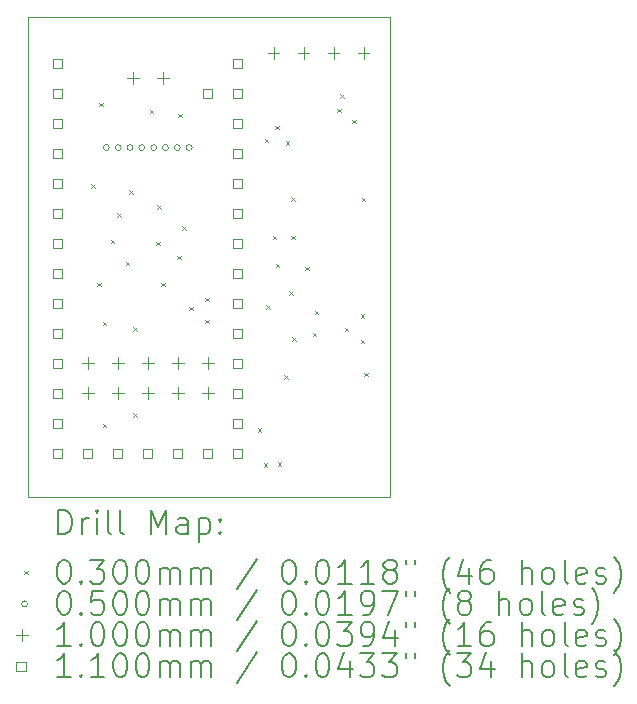
<source format=gbr>
%TF.GenerationSoftware,KiCad,Pcbnew,8.0.2-1*%
%TF.CreationDate,2024-05-18T17:45:13-05:00*%
%TF.ProjectId,can_test,63616e5f-7465-4737-942e-6b696361645f,rev?*%
%TF.SameCoordinates,Original*%
%TF.FileFunction,Drillmap*%
%TF.FilePolarity,Positive*%
%FSLAX45Y45*%
G04 Gerber Fmt 4.5, Leading zero omitted, Abs format (unit mm)*
G04 Created by KiCad (PCBNEW 8.0.2-1) date 2024-05-18 17:45:13*
%MOMM*%
%LPD*%
G01*
G04 APERTURE LIST*
%ADD10C,0.050000*%
%ADD11C,0.200000*%
%ADD12C,0.100000*%
%ADD13C,0.110000*%
G04 APERTURE END LIST*
D10*
X3210000Y-1590000D02*
X6275000Y-1590000D01*
X6275000Y-5650000D01*
X3210000Y-5650000D01*
X3210000Y-1590000D01*
D11*
D12*
X3747500Y-3002500D02*
X3777500Y-3032500D01*
X3777500Y-3002500D02*
X3747500Y-3032500D01*
X3795000Y-3837500D02*
X3825000Y-3867500D01*
X3825000Y-3837500D02*
X3795000Y-3867500D01*
X3812500Y-2315000D02*
X3842500Y-2345000D01*
X3842500Y-2315000D02*
X3812500Y-2345000D01*
X3842500Y-5030000D02*
X3872500Y-5060000D01*
X3872500Y-5030000D02*
X3842500Y-5060000D01*
X3845000Y-4167500D02*
X3875000Y-4197500D01*
X3875000Y-4167500D02*
X3845000Y-4197500D01*
X3910000Y-3472500D02*
X3940000Y-3502500D01*
X3940000Y-3472500D02*
X3910000Y-3502500D01*
X3965000Y-3247500D02*
X3995000Y-3277500D01*
X3995000Y-3247500D02*
X3965000Y-3277500D01*
X4037500Y-3660000D02*
X4067500Y-3690000D01*
X4067500Y-3660000D02*
X4037500Y-3690000D01*
X4070000Y-3052500D02*
X4100000Y-3082500D01*
X4100000Y-3052500D02*
X4070000Y-3082500D01*
X4102500Y-4215000D02*
X4132500Y-4245000D01*
X4132500Y-4215000D02*
X4102500Y-4245000D01*
X4102500Y-4940000D02*
X4132500Y-4970000D01*
X4132500Y-4940000D02*
X4102500Y-4970000D01*
X4240000Y-2372500D02*
X4270000Y-2402500D01*
X4270000Y-2372500D02*
X4240000Y-2402500D01*
X4297500Y-3490000D02*
X4327500Y-3520000D01*
X4327500Y-3490000D02*
X4297500Y-3520000D01*
X4305000Y-3182500D02*
X4335000Y-3212500D01*
X4335000Y-3182500D02*
X4305000Y-3212500D01*
X4337500Y-3837500D02*
X4367500Y-3867500D01*
X4367500Y-3837500D02*
X4337500Y-3867500D01*
X4475000Y-3610000D02*
X4505000Y-3640000D01*
X4505000Y-3610000D02*
X4475000Y-3640000D01*
X4482500Y-2405000D02*
X4512500Y-2435000D01*
X4512500Y-2405000D02*
X4482500Y-2435000D01*
X4515000Y-3360000D02*
X4545000Y-3390000D01*
X4545000Y-3360000D02*
X4515000Y-3390000D01*
X4577500Y-4040000D02*
X4607500Y-4070000D01*
X4607500Y-4040000D02*
X4577500Y-4070000D01*
X4710000Y-4152500D02*
X4740000Y-4182500D01*
X4740000Y-4152500D02*
X4710000Y-4182500D01*
X4712500Y-3962500D02*
X4742500Y-3992500D01*
X4742500Y-3962500D02*
X4712500Y-3992500D01*
X5155000Y-5070000D02*
X5185000Y-5100000D01*
X5185000Y-5070000D02*
X5155000Y-5100000D01*
X5205000Y-5367500D02*
X5235000Y-5397500D01*
X5235000Y-5367500D02*
X5205000Y-5397500D01*
X5215000Y-2617500D02*
X5245000Y-2647500D01*
X5245000Y-2617500D02*
X5215000Y-2647500D01*
X5227500Y-4030000D02*
X5257500Y-4060000D01*
X5257500Y-4030000D02*
X5227500Y-4060000D01*
X5285000Y-3440000D02*
X5315000Y-3470000D01*
X5315000Y-3440000D02*
X5285000Y-3470000D01*
X5302500Y-2507500D02*
X5332500Y-2537500D01*
X5332500Y-2507500D02*
X5302500Y-2537500D01*
X5307500Y-3675000D02*
X5337500Y-3705000D01*
X5337500Y-3675000D02*
X5307500Y-3705000D01*
X5325000Y-5357500D02*
X5355000Y-5387500D01*
X5355000Y-5357500D02*
X5325000Y-5387500D01*
X5382500Y-4622500D02*
X5412500Y-4652500D01*
X5412500Y-4622500D02*
X5382500Y-4652500D01*
X5392500Y-2637500D02*
X5422500Y-2667500D01*
X5422500Y-2637500D02*
X5392500Y-2667500D01*
X5422500Y-3907500D02*
X5452500Y-3937500D01*
X5452500Y-3907500D02*
X5422500Y-3937500D01*
X5437500Y-3112500D02*
X5467500Y-3142500D01*
X5467500Y-3112500D02*
X5437500Y-3142500D01*
X5437500Y-3440000D02*
X5467500Y-3470000D01*
X5467500Y-3440000D02*
X5437500Y-3470000D01*
X5447500Y-4300000D02*
X5477500Y-4330000D01*
X5477500Y-4300000D02*
X5447500Y-4330000D01*
X5560000Y-3700000D02*
X5590000Y-3730000D01*
X5590000Y-3700000D02*
X5560000Y-3730000D01*
X5620000Y-4262500D02*
X5650000Y-4292500D01*
X5650000Y-4262500D02*
X5620000Y-4292500D01*
X5637500Y-4075000D02*
X5667500Y-4105000D01*
X5667500Y-4075000D02*
X5637500Y-4105000D01*
X5827500Y-2365000D02*
X5857500Y-2395000D01*
X5857500Y-2365000D02*
X5827500Y-2395000D01*
X5852500Y-2242500D02*
X5882500Y-2272500D01*
X5882500Y-2242500D02*
X5852500Y-2272500D01*
X5892500Y-4220000D02*
X5922500Y-4250000D01*
X5922500Y-4220000D02*
X5892500Y-4250000D01*
X5955000Y-2457500D02*
X5985000Y-2487500D01*
X5985000Y-2457500D02*
X5955000Y-2487500D01*
X6027500Y-4105000D02*
X6057500Y-4135000D01*
X6057500Y-4105000D02*
X6027500Y-4135000D01*
X6030000Y-4320000D02*
X6060000Y-4350000D01*
X6060000Y-4320000D02*
X6030000Y-4350000D01*
X6037500Y-3117500D02*
X6067500Y-3147500D01*
X6067500Y-3117500D02*
X6037500Y-3147500D01*
X6060000Y-4600000D02*
X6090000Y-4630000D01*
X6090000Y-4600000D02*
X6060000Y-4630000D01*
X3900000Y-2692840D02*
G75*
G02*
X3850000Y-2692840I-25000J0D01*
G01*
X3850000Y-2692840D02*
G75*
G02*
X3900000Y-2692840I25000J0D01*
G01*
X4000000Y-2692840D02*
G75*
G02*
X3950000Y-2692840I-25000J0D01*
G01*
X3950000Y-2692840D02*
G75*
G02*
X4000000Y-2692840I25000J0D01*
G01*
X4100000Y-2692840D02*
G75*
G02*
X4050000Y-2692840I-25000J0D01*
G01*
X4050000Y-2692840D02*
G75*
G02*
X4100000Y-2692840I25000J0D01*
G01*
X4200000Y-2692840D02*
G75*
G02*
X4150000Y-2692840I-25000J0D01*
G01*
X4150000Y-2692840D02*
G75*
G02*
X4200000Y-2692840I25000J0D01*
G01*
X4300000Y-2692840D02*
G75*
G02*
X4250000Y-2692840I-25000J0D01*
G01*
X4250000Y-2692840D02*
G75*
G02*
X4300000Y-2692840I25000J0D01*
G01*
X4400000Y-2692840D02*
G75*
G02*
X4350000Y-2692840I-25000J0D01*
G01*
X4350000Y-2692840D02*
G75*
G02*
X4400000Y-2692840I25000J0D01*
G01*
X4500000Y-2692840D02*
G75*
G02*
X4450000Y-2692840I-25000J0D01*
G01*
X4450000Y-2692840D02*
G75*
G02*
X4500000Y-2692840I25000J0D01*
G01*
X4600000Y-2692840D02*
G75*
G02*
X4550000Y-2692840I-25000J0D01*
G01*
X4550000Y-2692840D02*
G75*
G02*
X4600000Y-2692840I25000J0D01*
G01*
X3717000Y-4469000D02*
X3717000Y-4569000D01*
X3667000Y-4519000D02*
X3767000Y-4519000D01*
X3717000Y-4723000D02*
X3717000Y-4823000D01*
X3667000Y-4773000D02*
X3767000Y-4773000D01*
X3971000Y-4469000D02*
X3971000Y-4569000D01*
X3921000Y-4519000D02*
X4021000Y-4519000D01*
X3971000Y-4723000D02*
X3971000Y-4823000D01*
X3921000Y-4773000D02*
X4021000Y-4773000D01*
X4098000Y-2056000D02*
X4098000Y-2156000D01*
X4048000Y-2106000D02*
X4148000Y-2106000D01*
X4225000Y-4469000D02*
X4225000Y-4569000D01*
X4175000Y-4519000D02*
X4275000Y-4519000D01*
X4225000Y-4723000D02*
X4225000Y-4823000D01*
X4175000Y-4773000D02*
X4275000Y-4773000D01*
X4352000Y-2056000D02*
X4352000Y-2156000D01*
X4302000Y-2106000D02*
X4402000Y-2106000D01*
X4479000Y-4469000D02*
X4479000Y-4569000D01*
X4429000Y-4519000D02*
X4529000Y-4519000D01*
X4479000Y-4723000D02*
X4479000Y-4823000D01*
X4429000Y-4773000D02*
X4529000Y-4773000D01*
X4733000Y-4469000D02*
X4733000Y-4569000D01*
X4683000Y-4519000D02*
X4783000Y-4519000D01*
X4733000Y-4723000D02*
X4733000Y-4823000D01*
X4683000Y-4773000D02*
X4783000Y-4773000D01*
X5290000Y-1845000D02*
X5290000Y-1945000D01*
X5240000Y-1895000D02*
X5340000Y-1895000D01*
X5544000Y-1845000D02*
X5544000Y-1945000D01*
X5494000Y-1895000D02*
X5594000Y-1895000D01*
X5798000Y-1845000D02*
X5798000Y-1945000D01*
X5748000Y-1895000D02*
X5848000Y-1895000D01*
X6052000Y-1845000D02*
X6052000Y-1945000D01*
X6002000Y-1895000D02*
X6102000Y-1895000D01*
D13*
X3501891Y-2017891D02*
X3501891Y-1940109D01*
X3424109Y-1940109D01*
X3424109Y-2017891D01*
X3501891Y-2017891D01*
X3501891Y-2271891D02*
X3501891Y-2194109D01*
X3424109Y-2194109D01*
X3424109Y-2271891D01*
X3501891Y-2271891D01*
X3501891Y-2525891D02*
X3501891Y-2448109D01*
X3424109Y-2448109D01*
X3424109Y-2525891D01*
X3501891Y-2525891D01*
X3501891Y-2779891D02*
X3501891Y-2702109D01*
X3424109Y-2702109D01*
X3424109Y-2779891D01*
X3501891Y-2779891D01*
X3501891Y-3033891D02*
X3501891Y-2956109D01*
X3424109Y-2956109D01*
X3424109Y-3033891D01*
X3501891Y-3033891D01*
X3501891Y-3287891D02*
X3501891Y-3210109D01*
X3424109Y-3210109D01*
X3424109Y-3287891D01*
X3501891Y-3287891D01*
X3501891Y-3541891D02*
X3501891Y-3464109D01*
X3424109Y-3464109D01*
X3424109Y-3541891D01*
X3501891Y-3541891D01*
X3501891Y-3795891D02*
X3501891Y-3718109D01*
X3424109Y-3718109D01*
X3424109Y-3795891D01*
X3501891Y-3795891D01*
X3501891Y-4049891D02*
X3501891Y-3972109D01*
X3424109Y-3972109D01*
X3424109Y-4049891D01*
X3501891Y-4049891D01*
X3501891Y-4303891D02*
X3501891Y-4226109D01*
X3424109Y-4226109D01*
X3424109Y-4303891D01*
X3501891Y-4303891D01*
X3501891Y-4557891D02*
X3501891Y-4480109D01*
X3424109Y-4480109D01*
X3424109Y-4557891D01*
X3501891Y-4557891D01*
X3501891Y-4811891D02*
X3501891Y-4734109D01*
X3424109Y-4734109D01*
X3424109Y-4811891D01*
X3501891Y-4811891D01*
X3501891Y-5065891D02*
X3501891Y-4988109D01*
X3424109Y-4988109D01*
X3424109Y-5065891D01*
X3501891Y-5065891D01*
X3501891Y-5319891D02*
X3501891Y-5242109D01*
X3424109Y-5242109D01*
X3424109Y-5319891D01*
X3501891Y-5319891D01*
X3755891Y-5319891D02*
X3755891Y-5242109D01*
X3678109Y-5242109D01*
X3678109Y-5319891D01*
X3755891Y-5319891D01*
X4009891Y-5319891D02*
X4009891Y-5242109D01*
X3932109Y-5242109D01*
X3932109Y-5319891D01*
X4009891Y-5319891D01*
X4263891Y-5319891D02*
X4263891Y-5242109D01*
X4186109Y-5242109D01*
X4186109Y-5319891D01*
X4263891Y-5319891D01*
X4517891Y-5319891D02*
X4517891Y-5242109D01*
X4440109Y-5242109D01*
X4440109Y-5319891D01*
X4517891Y-5319891D01*
X4771891Y-2271891D02*
X4771891Y-2194109D01*
X4694109Y-2194109D01*
X4694109Y-2271891D01*
X4771891Y-2271891D01*
X4771891Y-5319891D02*
X4771891Y-5242109D01*
X4694109Y-5242109D01*
X4694109Y-5319891D01*
X4771891Y-5319891D01*
X5025891Y-2017891D02*
X5025891Y-1940109D01*
X4948109Y-1940109D01*
X4948109Y-2017891D01*
X5025891Y-2017891D01*
X5025891Y-2271891D02*
X5025891Y-2194109D01*
X4948109Y-2194109D01*
X4948109Y-2271891D01*
X5025891Y-2271891D01*
X5025891Y-2525891D02*
X5025891Y-2448109D01*
X4948109Y-2448109D01*
X4948109Y-2525891D01*
X5025891Y-2525891D01*
X5025891Y-2779891D02*
X5025891Y-2702109D01*
X4948109Y-2702109D01*
X4948109Y-2779891D01*
X5025891Y-2779891D01*
X5025891Y-3033891D02*
X5025891Y-2956109D01*
X4948109Y-2956109D01*
X4948109Y-3033891D01*
X5025891Y-3033891D01*
X5025891Y-3287891D02*
X5025891Y-3210109D01*
X4948109Y-3210109D01*
X4948109Y-3287891D01*
X5025891Y-3287891D01*
X5025891Y-3541891D02*
X5025891Y-3464109D01*
X4948109Y-3464109D01*
X4948109Y-3541891D01*
X5025891Y-3541891D01*
X5025891Y-3795891D02*
X5025891Y-3718109D01*
X4948109Y-3718109D01*
X4948109Y-3795891D01*
X5025891Y-3795891D01*
X5025891Y-4049891D02*
X5025891Y-3972109D01*
X4948109Y-3972109D01*
X4948109Y-4049891D01*
X5025891Y-4049891D01*
X5025891Y-4303891D02*
X5025891Y-4226109D01*
X4948109Y-4226109D01*
X4948109Y-4303891D01*
X5025891Y-4303891D01*
X5025891Y-4557891D02*
X5025891Y-4480109D01*
X4948109Y-4480109D01*
X4948109Y-4557891D01*
X5025891Y-4557891D01*
X5025891Y-4811891D02*
X5025891Y-4734109D01*
X4948109Y-4734109D01*
X4948109Y-4811891D01*
X5025891Y-4811891D01*
X5025891Y-5065891D02*
X5025891Y-4988109D01*
X4948109Y-4988109D01*
X4948109Y-5065891D01*
X5025891Y-5065891D01*
X5025891Y-5319891D02*
X5025891Y-5242109D01*
X4948109Y-5242109D01*
X4948109Y-5319891D01*
X5025891Y-5319891D01*
D11*
X3468277Y-5963984D02*
X3468277Y-5763984D01*
X3468277Y-5763984D02*
X3515896Y-5763984D01*
X3515896Y-5763984D02*
X3544467Y-5773508D01*
X3544467Y-5773508D02*
X3563515Y-5792555D01*
X3563515Y-5792555D02*
X3573039Y-5811603D01*
X3573039Y-5811603D02*
X3582562Y-5849698D01*
X3582562Y-5849698D02*
X3582562Y-5878269D01*
X3582562Y-5878269D02*
X3573039Y-5916365D01*
X3573039Y-5916365D02*
X3563515Y-5935412D01*
X3563515Y-5935412D02*
X3544467Y-5954460D01*
X3544467Y-5954460D02*
X3515896Y-5963984D01*
X3515896Y-5963984D02*
X3468277Y-5963984D01*
X3668277Y-5963984D02*
X3668277Y-5830650D01*
X3668277Y-5868746D02*
X3677801Y-5849698D01*
X3677801Y-5849698D02*
X3687324Y-5840174D01*
X3687324Y-5840174D02*
X3706372Y-5830650D01*
X3706372Y-5830650D02*
X3725420Y-5830650D01*
X3792086Y-5963984D02*
X3792086Y-5830650D01*
X3792086Y-5763984D02*
X3782562Y-5773508D01*
X3782562Y-5773508D02*
X3792086Y-5783031D01*
X3792086Y-5783031D02*
X3801610Y-5773508D01*
X3801610Y-5773508D02*
X3792086Y-5763984D01*
X3792086Y-5763984D02*
X3792086Y-5783031D01*
X3915896Y-5963984D02*
X3896848Y-5954460D01*
X3896848Y-5954460D02*
X3887324Y-5935412D01*
X3887324Y-5935412D02*
X3887324Y-5763984D01*
X4020658Y-5963984D02*
X4001610Y-5954460D01*
X4001610Y-5954460D02*
X3992086Y-5935412D01*
X3992086Y-5935412D02*
X3992086Y-5763984D01*
X4249229Y-5963984D02*
X4249229Y-5763984D01*
X4249229Y-5763984D02*
X4315896Y-5906841D01*
X4315896Y-5906841D02*
X4382563Y-5763984D01*
X4382563Y-5763984D02*
X4382563Y-5963984D01*
X4563515Y-5963984D02*
X4563515Y-5859222D01*
X4563515Y-5859222D02*
X4553991Y-5840174D01*
X4553991Y-5840174D02*
X4534944Y-5830650D01*
X4534944Y-5830650D02*
X4496848Y-5830650D01*
X4496848Y-5830650D02*
X4477801Y-5840174D01*
X4563515Y-5954460D02*
X4544467Y-5963984D01*
X4544467Y-5963984D02*
X4496848Y-5963984D01*
X4496848Y-5963984D02*
X4477801Y-5954460D01*
X4477801Y-5954460D02*
X4468277Y-5935412D01*
X4468277Y-5935412D02*
X4468277Y-5916365D01*
X4468277Y-5916365D02*
X4477801Y-5897317D01*
X4477801Y-5897317D02*
X4496848Y-5887793D01*
X4496848Y-5887793D02*
X4544467Y-5887793D01*
X4544467Y-5887793D02*
X4563515Y-5878269D01*
X4658753Y-5830650D02*
X4658753Y-6030650D01*
X4658753Y-5840174D02*
X4677801Y-5830650D01*
X4677801Y-5830650D02*
X4715896Y-5830650D01*
X4715896Y-5830650D02*
X4734944Y-5840174D01*
X4734944Y-5840174D02*
X4744467Y-5849698D01*
X4744467Y-5849698D02*
X4753991Y-5868746D01*
X4753991Y-5868746D02*
X4753991Y-5925888D01*
X4753991Y-5925888D02*
X4744467Y-5944936D01*
X4744467Y-5944936D02*
X4734944Y-5954460D01*
X4734944Y-5954460D02*
X4715896Y-5963984D01*
X4715896Y-5963984D02*
X4677801Y-5963984D01*
X4677801Y-5963984D02*
X4658753Y-5954460D01*
X4839705Y-5944936D02*
X4849229Y-5954460D01*
X4849229Y-5954460D02*
X4839705Y-5963984D01*
X4839705Y-5963984D02*
X4830182Y-5954460D01*
X4830182Y-5954460D02*
X4839705Y-5944936D01*
X4839705Y-5944936D02*
X4839705Y-5963984D01*
X4839705Y-5840174D02*
X4849229Y-5849698D01*
X4849229Y-5849698D02*
X4839705Y-5859222D01*
X4839705Y-5859222D02*
X4830182Y-5849698D01*
X4830182Y-5849698D02*
X4839705Y-5840174D01*
X4839705Y-5840174D02*
X4839705Y-5859222D01*
D12*
X3177500Y-6277500D02*
X3207500Y-6307500D01*
X3207500Y-6277500D02*
X3177500Y-6307500D01*
D11*
X3506372Y-6183984D02*
X3525420Y-6183984D01*
X3525420Y-6183984D02*
X3544467Y-6193508D01*
X3544467Y-6193508D02*
X3553991Y-6203031D01*
X3553991Y-6203031D02*
X3563515Y-6222079D01*
X3563515Y-6222079D02*
X3573039Y-6260174D01*
X3573039Y-6260174D02*
X3573039Y-6307793D01*
X3573039Y-6307793D02*
X3563515Y-6345888D01*
X3563515Y-6345888D02*
X3553991Y-6364936D01*
X3553991Y-6364936D02*
X3544467Y-6374460D01*
X3544467Y-6374460D02*
X3525420Y-6383984D01*
X3525420Y-6383984D02*
X3506372Y-6383984D01*
X3506372Y-6383984D02*
X3487324Y-6374460D01*
X3487324Y-6374460D02*
X3477801Y-6364936D01*
X3477801Y-6364936D02*
X3468277Y-6345888D01*
X3468277Y-6345888D02*
X3458753Y-6307793D01*
X3458753Y-6307793D02*
X3458753Y-6260174D01*
X3458753Y-6260174D02*
X3468277Y-6222079D01*
X3468277Y-6222079D02*
X3477801Y-6203031D01*
X3477801Y-6203031D02*
X3487324Y-6193508D01*
X3487324Y-6193508D02*
X3506372Y-6183984D01*
X3658753Y-6364936D02*
X3668277Y-6374460D01*
X3668277Y-6374460D02*
X3658753Y-6383984D01*
X3658753Y-6383984D02*
X3649229Y-6374460D01*
X3649229Y-6374460D02*
X3658753Y-6364936D01*
X3658753Y-6364936D02*
X3658753Y-6383984D01*
X3734943Y-6183984D02*
X3858753Y-6183984D01*
X3858753Y-6183984D02*
X3792086Y-6260174D01*
X3792086Y-6260174D02*
X3820658Y-6260174D01*
X3820658Y-6260174D02*
X3839705Y-6269698D01*
X3839705Y-6269698D02*
X3849229Y-6279222D01*
X3849229Y-6279222D02*
X3858753Y-6298269D01*
X3858753Y-6298269D02*
X3858753Y-6345888D01*
X3858753Y-6345888D02*
X3849229Y-6364936D01*
X3849229Y-6364936D02*
X3839705Y-6374460D01*
X3839705Y-6374460D02*
X3820658Y-6383984D01*
X3820658Y-6383984D02*
X3763515Y-6383984D01*
X3763515Y-6383984D02*
X3744467Y-6374460D01*
X3744467Y-6374460D02*
X3734943Y-6364936D01*
X3982562Y-6183984D02*
X4001610Y-6183984D01*
X4001610Y-6183984D02*
X4020658Y-6193508D01*
X4020658Y-6193508D02*
X4030182Y-6203031D01*
X4030182Y-6203031D02*
X4039705Y-6222079D01*
X4039705Y-6222079D02*
X4049229Y-6260174D01*
X4049229Y-6260174D02*
X4049229Y-6307793D01*
X4049229Y-6307793D02*
X4039705Y-6345888D01*
X4039705Y-6345888D02*
X4030182Y-6364936D01*
X4030182Y-6364936D02*
X4020658Y-6374460D01*
X4020658Y-6374460D02*
X4001610Y-6383984D01*
X4001610Y-6383984D02*
X3982562Y-6383984D01*
X3982562Y-6383984D02*
X3963515Y-6374460D01*
X3963515Y-6374460D02*
X3953991Y-6364936D01*
X3953991Y-6364936D02*
X3944467Y-6345888D01*
X3944467Y-6345888D02*
X3934943Y-6307793D01*
X3934943Y-6307793D02*
X3934943Y-6260174D01*
X3934943Y-6260174D02*
X3944467Y-6222079D01*
X3944467Y-6222079D02*
X3953991Y-6203031D01*
X3953991Y-6203031D02*
X3963515Y-6193508D01*
X3963515Y-6193508D02*
X3982562Y-6183984D01*
X4173039Y-6183984D02*
X4192086Y-6183984D01*
X4192086Y-6183984D02*
X4211134Y-6193508D01*
X4211134Y-6193508D02*
X4220658Y-6203031D01*
X4220658Y-6203031D02*
X4230182Y-6222079D01*
X4230182Y-6222079D02*
X4239705Y-6260174D01*
X4239705Y-6260174D02*
X4239705Y-6307793D01*
X4239705Y-6307793D02*
X4230182Y-6345888D01*
X4230182Y-6345888D02*
X4220658Y-6364936D01*
X4220658Y-6364936D02*
X4211134Y-6374460D01*
X4211134Y-6374460D02*
X4192086Y-6383984D01*
X4192086Y-6383984D02*
X4173039Y-6383984D01*
X4173039Y-6383984D02*
X4153991Y-6374460D01*
X4153991Y-6374460D02*
X4144467Y-6364936D01*
X4144467Y-6364936D02*
X4134943Y-6345888D01*
X4134943Y-6345888D02*
X4125420Y-6307793D01*
X4125420Y-6307793D02*
X4125420Y-6260174D01*
X4125420Y-6260174D02*
X4134943Y-6222079D01*
X4134943Y-6222079D02*
X4144467Y-6203031D01*
X4144467Y-6203031D02*
X4153991Y-6193508D01*
X4153991Y-6193508D02*
X4173039Y-6183984D01*
X4325420Y-6383984D02*
X4325420Y-6250650D01*
X4325420Y-6269698D02*
X4334944Y-6260174D01*
X4334944Y-6260174D02*
X4353991Y-6250650D01*
X4353991Y-6250650D02*
X4382563Y-6250650D01*
X4382563Y-6250650D02*
X4401610Y-6260174D01*
X4401610Y-6260174D02*
X4411134Y-6279222D01*
X4411134Y-6279222D02*
X4411134Y-6383984D01*
X4411134Y-6279222D02*
X4420658Y-6260174D01*
X4420658Y-6260174D02*
X4439705Y-6250650D01*
X4439705Y-6250650D02*
X4468277Y-6250650D01*
X4468277Y-6250650D02*
X4487325Y-6260174D01*
X4487325Y-6260174D02*
X4496848Y-6279222D01*
X4496848Y-6279222D02*
X4496848Y-6383984D01*
X4592086Y-6383984D02*
X4592086Y-6250650D01*
X4592086Y-6269698D02*
X4601610Y-6260174D01*
X4601610Y-6260174D02*
X4620658Y-6250650D01*
X4620658Y-6250650D02*
X4649229Y-6250650D01*
X4649229Y-6250650D02*
X4668277Y-6260174D01*
X4668277Y-6260174D02*
X4677801Y-6279222D01*
X4677801Y-6279222D02*
X4677801Y-6383984D01*
X4677801Y-6279222D02*
X4687325Y-6260174D01*
X4687325Y-6260174D02*
X4706372Y-6250650D01*
X4706372Y-6250650D02*
X4734944Y-6250650D01*
X4734944Y-6250650D02*
X4753991Y-6260174D01*
X4753991Y-6260174D02*
X4763515Y-6279222D01*
X4763515Y-6279222D02*
X4763515Y-6383984D01*
X5153991Y-6174460D02*
X4982563Y-6431603D01*
X5411134Y-6183984D02*
X5430182Y-6183984D01*
X5430182Y-6183984D02*
X5449229Y-6193508D01*
X5449229Y-6193508D02*
X5458753Y-6203031D01*
X5458753Y-6203031D02*
X5468277Y-6222079D01*
X5468277Y-6222079D02*
X5477801Y-6260174D01*
X5477801Y-6260174D02*
X5477801Y-6307793D01*
X5477801Y-6307793D02*
X5468277Y-6345888D01*
X5468277Y-6345888D02*
X5458753Y-6364936D01*
X5458753Y-6364936D02*
X5449229Y-6374460D01*
X5449229Y-6374460D02*
X5430182Y-6383984D01*
X5430182Y-6383984D02*
X5411134Y-6383984D01*
X5411134Y-6383984D02*
X5392087Y-6374460D01*
X5392087Y-6374460D02*
X5382563Y-6364936D01*
X5382563Y-6364936D02*
X5373039Y-6345888D01*
X5373039Y-6345888D02*
X5363515Y-6307793D01*
X5363515Y-6307793D02*
X5363515Y-6260174D01*
X5363515Y-6260174D02*
X5373039Y-6222079D01*
X5373039Y-6222079D02*
X5382563Y-6203031D01*
X5382563Y-6203031D02*
X5392087Y-6193508D01*
X5392087Y-6193508D02*
X5411134Y-6183984D01*
X5563515Y-6364936D02*
X5573039Y-6374460D01*
X5573039Y-6374460D02*
X5563515Y-6383984D01*
X5563515Y-6383984D02*
X5553991Y-6374460D01*
X5553991Y-6374460D02*
X5563515Y-6364936D01*
X5563515Y-6364936D02*
X5563515Y-6383984D01*
X5696848Y-6183984D02*
X5715896Y-6183984D01*
X5715896Y-6183984D02*
X5734944Y-6193508D01*
X5734944Y-6193508D02*
X5744467Y-6203031D01*
X5744467Y-6203031D02*
X5753991Y-6222079D01*
X5753991Y-6222079D02*
X5763515Y-6260174D01*
X5763515Y-6260174D02*
X5763515Y-6307793D01*
X5763515Y-6307793D02*
X5753991Y-6345888D01*
X5753991Y-6345888D02*
X5744467Y-6364936D01*
X5744467Y-6364936D02*
X5734944Y-6374460D01*
X5734944Y-6374460D02*
X5715896Y-6383984D01*
X5715896Y-6383984D02*
X5696848Y-6383984D01*
X5696848Y-6383984D02*
X5677801Y-6374460D01*
X5677801Y-6374460D02*
X5668277Y-6364936D01*
X5668277Y-6364936D02*
X5658753Y-6345888D01*
X5658753Y-6345888D02*
X5649229Y-6307793D01*
X5649229Y-6307793D02*
X5649229Y-6260174D01*
X5649229Y-6260174D02*
X5658753Y-6222079D01*
X5658753Y-6222079D02*
X5668277Y-6203031D01*
X5668277Y-6203031D02*
X5677801Y-6193508D01*
X5677801Y-6193508D02*
X5696848Y-6183984D01*
X5953991Y-6383984D02*
X5839706Y-6383984D01*
X5896848Y-6383984D02*
X5896848Y-6183984D01*
X5896848Y-6183984D02*
X5877801Y-6212555D01*
X5877801Y-6212555D02*
X5858753Y-6231603D01*
X5858753Y-6231603D02*
X5839706Y-6241127D01*
X6144467Y-6383984D02*
X6030182Y-6383984D01*
X6087325Y-6383984D02*
X6087325Y-6183984D01*
X6087325Y-6183984D02*
X6068277Y-6212555D01*
X6068277Y-6212555D02*
X6049229Y-6231603D01*
X6049229Y-6231603D02*
X6030182Y-6241127D01*
X6258753Y-6269698D02*
X6239706Y-6260174D01*
X6239706Y-6260174D02*
X6230182Y-6250650D01*
X6230182Y-6250650D02*
X6220658Y-6231603D01*
X6220658Y-6231603D02*
X6220658Y-6222079D01*
X6220658Y-6222079D02*
X6230182Y-6203031D01*
X6230182Y-6203031D02*
X6239706Y-6193508D01*
X6239706Y-6193508D02*
X6258753Y-6183984D01*
X6258753Y-6183984D02*
X6296848Y-6183984D01*
X6296848Y-6183984D02*
X6315896Y-6193508D01*
X6315896Y-6193508D02*
X6325420Y-6203031D01*
X6325420Y-6203031D02*
X6334944Y-6222079D01*
X6334944Y-6222079D02*
X6334944Y-6231603D01*
X6334944Y-6231603D02*
X6325420Y-6250650D01*
X6325420Y-6250650D02*
X6315896Y-6260174D01*
X6315896Y-6260174D02*
X6296848Y-6269698D01*
X6296848Y-6269698D02*
X6258753Y-6269698D01*
X6258753Y-6269698D02*
X6239706Y-6279222D01*
X6239706Y-6279222D02*
X6230182Y-6288746D01*
X6230182Y-6288746D02*
X6220658Y-6307793D01*
X6220658Y-6307793D02*
X6220658Y-6345888D01*
X6220658Y-6345888D02*
X6230182Y-6364936D01*
X6230182Y-6364936D02*
X6239706Y-6374460D01*
X6239706Y-6374460D02*
X6258753Y-6383984D01*
X6258753Y-6383984D02*
X6296848Y-6383984D01*
X6296848Y-6383984D02*
X6315896Y-6374460D01*
X6315896Y-6374460D02*
X6325420Y-6364936D01*
X6325420Y-6364936D02*
X6334944Y-6345888D01*
X6334944Y-6345888D02*
X6334944Y-6307793D01*
X6334944Y-6307793D02*
X6325420Y-6288746D01*
X6325420Y-6288746D02*
X6315896Y-6279222D01*
X6315896Y-6279222D02*
X6296848Y-6269698D01*
X6411134Y-6183984D02*
X6411134Y-6222079D01*
X6487325Y-6183984D02*
X6487325Y-6222079D01*
X6782563Y-6460174D02*
X6773039Y-6450650D01*
X6773039Y-6450650D02*
X6753991Y-6422079D01*
X6753991Y-6422079D02*
X6744468Y-6403031D01*
X6744468Y-6403031D02*
X6734944Y-6374460D01*
X6734944Y-6374460D02*
X6725420Y-6326841D01*
X6725420Y-6326841D02*
X6725420Y-6288746D01*
X6725420Y-6288746D02*
X6734944Y-6241127D01*
X6734944Y-6241127D02*
X6744468Y-6212555D01*
X6744468Y-6212555D02*
X6753991Y-6193508D01*
X6753991Y-6193508D02*
X6773039Y-6164936D01*
X6773039Y-6164936D02*
X6782563Y-6155412D01*
X6944468Y-6250650D02*
X6944468Y-6383984D01*
X6896848Y-6174460D02*
X6849229Y-6317317D01*
X6849229Y-6317317D02*
X6973039Y-6317317D01*
X7134944Y-6183984D02*
X7096848Y-6183984D01*
X7096848Y-6183984D02*
X7077801Y-6193508D01*
X7077801Y-6193508D02*
X7068277Y-6203031D01*
X7068277Y-6203031D02*
X7049229Y-6231603D01*
X7049229Y-6231603D02*
X7039706Y-6269698D01*
X7039706Y-6269698D02*
X7039706Y-6345888D01*
X7039706Y-6345888D02*
X7049229Y-6364936D01*
X7049229Y-6364936D02*
X7058753Y-6374460D01*
X7058753Y-6374460D02*
X7077801Y-6383984D01*
X7077801Y-6383984D02*
X7115896Y-6383984D01*
X7115896Y-6383984D02*
X7134944Y-6374460D01*
X7134944Y-6374460D02*
X7144468Y-6364936D01*
X7144468Y-6364936D02*
X7153991Y-6345888D01*
X7153991Y-6345888D02*
X7153991Y-6298269D01*
X7153991Y-6298269D02*
X7144468Y-6279222D01*
X7144468Y-6279222D02*
X7134944Y-6269698D01*
X7134944Y-6269698D02*
X7115896Y-6260174D01*
X7115896Y-6260174D02*
X7077801Y-6260174D01*
X7077801Y-6260174D02*
X7058753Y-6269698D01*
X7058753Y-6269698D02*
X7049229Y-6279222D01*
X7049229Y-6279222D02*
X7039706Y-6298269D01*
X7392087Y-6383984D02*
X7392087Y-6183984D01*
X7477801Y-6383984D02*
X7477801Y-6279222D01*
X7477801Y-6279222D02*
X7468277Y-6260174D01*
X7468277Y-6260174D02*
X7449230Y-6250650D01*
X7449230Y-6250650D02*
X7420658Y-6250650D01*
X7420658Y-6250650D02*
X7401610Y-6260174D01*
X7401610Y-6260174D02*
X7392087Y-6269698D01*
X7601610Y-6383984D02*
X7582563Y-6374460D01*
X7582563Y-6374460D02*
X7573039Y-6364936D01*
X7573039Y-6364936D02*
X7563515Y-6345888D01*
X7563515Y-6345888D02*
X7563515Y-6288746D01*
X7563515Y-6288746D02*
X7573039Y-6269698D01*
X7573039Y-6269698D02*
X7582563Y-6260174D01*
X7582563Y-6260174D02*
X7601610Y-6250650D01*
X7601610Y-6250650D02*
X7630182Y-6250650D01*
X7630182Y-6250650D02*
X7649230Y-6260174D01*
X7649230Y-6260174D02*
X7658753Y-6269698D01*
X7658753Y-6269698D02*
X7668277Y-6288746D01*
X7668277Y-6288746D02*
X7668277Y-6345888D01*
X7668277Y-6345888D02*
X7658753Y-6364936D01*
X7658753Y-6364936D02*
X7649230Y-6374460D01*
X7649230Y-6374460D02*
X7630182Y-6383984D01*
X7630182Y-6383984D02*
X7601610Y-6383984D01*
X7782563Y-6383984D02*
X7763515Y-6374460D01*
X7763515Y-6374460D02*
X7753991Y-6355412D01*
X7753991Y-6355412D02*
X7753991Y-6183984D01*
X7934944Y-6374460D02*
X7915896Y-6383984D01*
X7915896Y-6383984D02*
X7877801Y-6383984D01*
X7877801Y-6383984D02*
X7858753Y-6374460D01*
X7858753Y-6374460D02*
X7849230Y-6355412D01*
X7849230Y-6355412D02*
X7849230Y-6279222D01*
X7849230Y-6279222D02*
X7858753Y-6260174D01*
X7858753Y-6260174D02*
X7877801Y-6250650D01*
X7877801Y-6250650D02*
X7915896Y-6250650D01*
X7915896Y-6250650D02*
X7934944Y-6260174D01*
X7934944Y-6260174D02*
X7944468Y-6279222D01*
X7944468Y-6279222D02*
X7944468Y-6298269D01*
X7944468Y-6298269D02*
X7849230Y-6317317D01*
X8020658Y-6374460D02*
X8039706Y-6383984D01*
X8039706Y-6383984D02*
X8077801Y-6383984D01*
X8077801Y-6383984D02*
X8096849Y-6374460D01*
X8096849Y-6374460D02*
X8106372Y-6355412D01*
X8106372Y-6355412D02*
X8106372Y-6345888D01*
X8106372Y-6345888D02*
X8096849Y-6326841D01*
X8096849Y-6326841D02*
X8077801Y-6317317D01*
X8077801Y-6317317D02*
X8049230Y-6317317D01*
X8049230Y-6317317D02*
X8030182Y-6307793D01*
X8030182Y-6307793D02*
X8020658Y-6288746D01*
X8020658Y-6288746D02*
X8020658Y-6279222D01*
X8020658Y-6279222D02*
X8030182Y-6260174D01*
X8030182Y-6260174D02*
X8049230Y-6250650D01*
X8049230Y-6250650D02*
X8077801Y-6250650D01*
X8077801Y-6250650D02*
X8096849Y-6260174D01*
X8173039Y-6460174D02*
X8182563Y-6450650D01*
X8182563Y-6450650D02*
X8201611Y-6422079D01*
X8201611Y-6422079D02*
X8211134Y-6403031D01*
X8211134Y-6403031D02*
X8220658Y-6374460D01*
X8220658Y-6374460D02*
X8230182Y-6326841D01*
X8230182Y-6326841D02*
X8230182Y-6288746D01*
X8230182Y-6288746D02*
X8220658Y-6241127D01*
X8220658Y-6241127D02*
X8211134Y-6212555D01*
X8211134Y-6212555D02*
X8201611Y-6193508D01*
X8201611Y-6193508D02*
X8182563Y-6164936D01*
X8182563Y-6164936D02*
X8173039Y-6155412D01*
D12*
X3207500Y-6556500D02*
G75*
G02*
X3157500Y-6556500I-25000J0D01*
G01*
X3157500Y-6556500D02*
G75*
G02*
X3207500Y-6556500I25000J0D01*
G01*
D11*
X3506372Y-6447984D02*
X3525420Y-6447984D01*
X3525420Y-6447984D02*
X3544467Y-6457508D01*
X3544467Y-6457508D02*
X3553991Y-6467031D01*
X3553991Y-6467031D02*
X3563515Y-6486079D01*
X3563515Y-6486079D02*
X3573039Y-6524174D01*
X3573039Y-6524174D02*
X3573039Y-6571793D01*
X3573039Y-6571793D02*
X3563515Y-6609888D01*
X3563515Y-6609888D02*
X3553991Y-6628936D01*
X3553991Y-6628936D02*
X3544467Y-6638460D01*
X3544467Y-6638460D02*
X3525420Y-6647984D01*
X3525420Y-6647984D02*
X3506372Y-6647984D01*
X3506372Y-6647984D02*
X3487324Y-6638460D01*
X3487324Y-6638460D02*
X3477801Y-6628936D01*
X3477801Y-6628936D02*
X3468277Y-6609888D01*
X3468277Y-6609888D02*
X3458753Y-6571793D01*
X3458753Y-6571793D02*
X3458753Y-6524174D01*
X3458753Y-6524174D02*
X3468277Y-6486079D01*
X3468277Y-6486079D02*
X3477801Y-6467031D01*
X3477801Y-6467031D02*
X3487324Y-6457508D01*
X3487324Y-6457508D02*
X3506372Y-6447984D01*
X3658753Y-6628936D02*
X3668277Y-6638460D01*
X3668277Y-6638460D02*
X3658753Y-6647984D01*
X3658753Y-6647984D02*
X3649229Y-6638460D01*
X3649229Y-6638460D02*
X3658753Y-6628936D01*
X3658753Y-6628936D02*
X3658753Y-6647984D01*
X3849229Y-6447984D02*
X3753991Y-6447984D01*
X3753991Y-6447984D02*
X3744467Y-6543222D01*
X3744467Y-6543222D02*
X3753991Y-6533698D01*
X3753991Y-6533698D02*
X3773039Y-6524174D01*
X3773039Y-6524174D02*
X3820658Y-6524174D01*
X3820658Y-6524174D02*
X3839705Y-6533698D01*
X3839705Y-6533698D02*
X3849229Y-6543222D01*
X3849229Y-6543222D02*
X3858753Y-6562269D01*
X3858753Y-6562269D02*
X3858753Y-6609888D01*
X3858753Y-6609888D02*
X3849229Y-6628936D01*
X3849229Y-6628936D02*
X3839705Y-6638460D01*
X3839705Y-6638460D02*
X3820658Y-6647984D01*
X3820658Y-6647984D02*
X3773039Y-6647984D01*
X3773039Y-6647984D02*
X3753991Y-6638460D01*
X3753991Y-6638460D02*
X3744467Y-6628936D01*
X3982562Y-6447984D02*
X4001610Y-6447984D01*
X4001610Y-6447984D02*
X4020658Y-6457508D01*
X4020658Y-6457508D02*
X4030182Y-6467031D01*
X4030182Y-6467031D02*
X4039705Y-6486079D01*
X4039705Y-6486079D02*
X4049229Y-6524174D01*
X4049229Y-6524174D02*
X4049229Y-6571793D01*
X4049229Y-6571793D02*
X4039705Y-6609888D01*
X4039705Y-6609888D02*
X4030182Y-6628936D01*
X4030182Y-6628936D02*
X4020658Y-6638460D01*
X4020658Y-6638460D02*
X4001610Y-6647984D01*
X4001610Y-6647984D02*
X3982562Y-6647984D01*
X3982562Y-6647984D02*
X3963515Y-6638460D01*
X3963515Y-6638460D02*
X3953991Y-6628936D01*
X3953991Y-6628936D02*
X3944467Y-6609888D01*
X3944467Y-6609888D02*
X3934943Y-6571793D01*
X3934943Y-6571793D02*
X3934943Y-6524174D01*
X3934943Y-6524174D02*
X3944467Y-6486079D01*
X3944467Y-6486079D02*
X3953991Y-6467031D01*
X3953991Y-6467031D02*
X3963515Y-6457508D01*
X3963515Y-6457508D02*
X3982562Y-6447984D01*
X4173039Y-6447984D02*
X4192086Y-6447984D01*
X4192086Y-6447984D02*
X4211134Y-6457508D01*
X4211134Y-6457508D02*
X4220658Y-6467031D01*
X4220658Y-6467031D02*
X4230182Y-6486079D01*
X4230182Y-6486079D02*
X4239705Y-6524174D01*
X4239705Y-6524174D02*
X4239705Y-6571793D01*
X4239705Y-6571793D02*
X4230182Y-6609888D01*
X4230182Y-6609888D02*
X4220658Y-6628936D01*
X4220658Y-6628936D02*
X4211134Y-6638460D01*
X4211134Y-6638460D02*
X4192086Y-6647984D01*
X4192086Y-6647984D02*
X4173039Y-6647984D01*
X4173039Y-6647984D02*
X4153991Y-6638460D01*
X4153991Y-6638460D02*
X4144467Y-6628936D01*
X4144467Y-6628936D02*
X4134943Y-6609888D01*
X4134943Y-6609888D02*
X4125420Y-6571793D01*
X4125420Y-6571793D02*
X4125420Y-6524174D01*
X4125420Y-6524174D02*
X4134943Y-6486079D01*
X4134943Y-6486079D02*
X4144467Y-6467031D01*
X4144467Y-6467031D02*
X4153991Y-6457508D01*
X4153991Y-6457508D02*
X4173039Y-6447984D01*
X4325420Y-6647984D02*
X4325420Y-6514650D01*
X4325420Y-6533698D02*
X4334944Y-6524174D01*
X4334944Y-6524174D02*
X4353991Y-6514650D01*
X4353991Y-6514650D02*
X4382563Y-6514650D01*
X4382563Y-6514650D02*
X4401610Y-6524174D01*
X4401610Y-6524174D02*
X4411134Y-6543222D01*
X4411134Y-6543222D02*
X4411134Y-6647984D01*
X4411134Y-6543222D02*
X4420658Y-6524174D01*
X4420658Y-6524174D02*
X4439705Y-6514650D01*
X4439705Y-6514650D02*
X4468277Y-6514650D01*
X4468277Y-6514650D02*
X4487325Y-6524174D01*
X4487325Y-6524174D02*
X4496848Y-6543222D01*
X4496848Y-6543222D02*
X4496848Y-6647984D01*
X4592086Y-6647984D02*
X4592086Y-6514650D01*
X4592086Y-6533698D02*
X4601610Y-6524174D01*
X4601610Y-6524174D02*
X4620658Y-6514650D01*
X4620658Y-6514650D02*
X4649229Y-6514650D01*
X4649229Y-6514650D02*
X4668277Y-6524174D01*
X4668277Y-6524174D02*
X4677801Y-6543222D01*
X4677801Y-6543222D02*
X4677801Y-6647984D01*
X4677801Y-6543222D02*
X4687325Y-6524174D01*
X4687325Y-6524174D02*
X4706372Y-6514650D01*
X4706372Y-6514650D02*
X4734944Y-6514650D01*
X4734944Y-6514650D02*
X4753991Y-6524174D01*
X4753991Y-6524174D02*
X4763515Y-6543222D01*
X4763515Y-6543222D02*
X4763515Y-6647984D01*
X5153991Y-6438460D02*
X4982563Y-6695603D01*
X5411134Y-6447984D02*
X5430182Y-6447984D01*
X5430182Y-6447984D02*
X5449229Y-6457508D01*
X5449229Y-6457508D02*
X5458753Y-6467031D01*
X5458753Y-6467031D02*
X5468277Y-6486079D01*
X5468277Y-6486079D02*
X5477801Y-6524174D01*
X5477801Y-6524174D02*
X5477801Y-6571793D01*
X5477801Y-6571793D02*
X5468277Y-6609888D01*
X5468277Y-6609888D02*
X5458753Y-6628936D01*
X5458753Y-6628936D02*
X5449229Y-6638460D01*
X5449229Y-6638460D02*
X5430182Y-6647984D01*
X5430182Y-6647984D02*
X5411134Y-6647984D01*
X5411134Y-6647984D02*
X5392087Y-6638460D01*
X5392087Y-6638460D02*
X5382563Y-6628936D01*
X5382563Y-6628936D02*
X5373039Y-6609888D01*
X5373039Y-6609888D02*
X5363515Y-6571793D01*
X5363515Y-6571793D02*
X5363515Y-6524174D01*
X5363515Y-6524174D02*
X5373039Y-6486079D01*
X5373039Y-6486079D02*
X5382563Y-6467031D01*
X5382563Y-6467031D02*
X5392087Y-6457508D01*
X5392087Y-6457508D02*
X5411134Y-6447984D01*
X5563515Y-6628936D02*
X5573039Y-6638460D01*
X5573039Y-6638460D02*
X5563515Y-6647984D01*
X5563515Y-6647984D02*
X5553991Y-6638460D01*
X5553991Y-6638460D02*
X5563515Y-6628936D01*
X5563515Y-6628936D02*
X5563515Y-6647984D01*
X5696848Y-6447984D02*
X5715896Y-6447984D01*
X5715896Y-6447984D02*
X5734944Y-6457508D01*
X5734944Y-6457508D02*
X5744467Y-6467031D01*
X5744467Y-6467031D02*
X5753991Y-6486079D01*
X5753991Y-6486079D02*
X5763515Y-6524174D01*
X5763515Y-6524174D02*
X5763515Y-6571793D01*
X5763515Y-6571793D02*
X5753991Y-6609888D01*
X5753991Y-6609888D02*
X5744467Y-6628936D01*
X5744467Y-6628936D02*
X5734944Y-6638460D01*
X5734944Y-6638460D02*
X5715896Y-6647984D01*
X5715896Y-6647984D02*
X5696848Y-6647984D01*
X5696848Y-6647984D02*
X5677801Y-6638460D01*
X5677801Y-6638460D02*
X5668277Y-6628936D01*
X5668277Y-6628936D02*
X5658753Y-6609888D01*
X5658753Y-6609888D02*
X5649229Y-6571793D01*
X5649229Y-6571793D02*
X5649229Y-6524174D01*
X5649229Y-6524174D02*
X5658753Y-6486079D01*
X5658753Y-6486079D02*
X5668277Y-6467031D01*
X5668277Y-6467031D02*
X5677801Y-6457508D01*
X5677801Y-6457508D02*
X5696848Y-6447984D01*
X5953991Y-6647984D02*
X5839706Y-6647984D01*
X5896848Y-6647984D02*
X5896848Y-6447984D01*
X5896848Y-6447984D02*
X5877801Y-6476555D01*
X5877801Y-6476555D02*
X5858753Y-6495603D01*
X5858753Y-6495603D02*
X5839706Y-6505127D01*
X6049229Y-6647984D02*
X6087325Y-6647984D01*
X6087325Y-6647984D02*
X6106372Y-6638460D01*
X6106372Y-6638460D02*
X6115896Y-6628936D01*
X6115896Y-6628936D02*
X6134944Y-6600365D01*
X6134944Y-6600365D02*
X6144467Y-6562269D01*
X6144467Y-6562269D02*
X6144467Y-6486079D01*
X6144467Y-6486079D02*
X6134944Y-6467031D01*
X6134944Y-6467031D02*
X6125420Y-6457508D01*
X6125420Y-6457508D02*
X6106372Y-6447984D01*
X6106372Y-6447984D02*
X6068277Y-6447984D01*
X6068277Y-6447984D02*
X6049229Y-6457508D01*
X6049229Y-6457508D02*
X6039706Y-6467031D01*
X6039706Y-6467031D02*
X6030182Y-6486079D01*
X6030182Y-6486079D02*
X6030182Y-6533698D01*
X6030182Y-6533698D02*
X6039706Y-6552746D01*
X6039706Y-6552746D02*
X6049229Y-6562269D01*
X6049229Y-6562269D02*
X6068277Y-6571793D01*
X6068277Y-6571793D02*
X6106372Y-6571793D01*
X6106372Y-6571793D02*
X6125420Y-6562269D01*
X6125420Y-6562269D02*
X6134944Y-6552746D01*
X6134944Y-6552746D02*
X6144467Y-6533698D01*
X6211134Y-6447984D02*
X6344467Y-6447984D01*
X6344467Y-6447984D02*
X6258753Y-6647984D01*
X6411134Y-6447984D02*
X6411134Y-6486079D01*
X6487325Y-6447984D02*
X6487325Y-6486079D01*
X6782563Y-6724174D02*
X6773039Y-6714650D01*
X6773039Y-6714650D02*
X6753991Y-6686079D01*
X6753991Y-6686079D02*
X6744468Y-6667031D01*
X6744468Y-6667031D02*
X6734944Y-6638460D01*
X6734944Y-6638460D02*
X6725420Y-6590841D01*
X6725420Y-6590841D02*
X6725420Y-6552746D01*
X6725420Y-6552746D02*
X6734944Y-6505127D01*
X6734944Y-6505127D02*
X6744468Y-6476555D01*
X6744468Y-6476555D02*
X6753991Y-6457508D01*
X6753991Y-6457508D02*
X6773039Y-6428936D01*
X6773039Y-6428936D02*
X6782563Y-6419412D01*
X6887325Y-6533698D02*
X6868277Y-6524174D01*
X6868277Y-6524174D02*
X6858753Y-6514650D01*
X6858753Y-6514650D02*
X6849229Y-6495603D01*
X6849229Y-6495603D02*
X6849229Y-6486079D01*
X6849229Y-6486079D02*
X6858753Y-6467031D01*
X6858753Y-6467031D02*
X6868277Y-6457508D01*
X6868277Y-6457508D02*
X6887325Y-6447984D01*
X6887325Y-6447984D02*
X6925420Y-6447984D01*
X6925420Y-6447984D02*
X6944468Y-6457508D01*
X6944468Y-6457508D02*
X6953991Y-6467031D01*
X6953991Y-6467031D02*
X6963515Y-6486079D01*
X6963515Y-6486079D02*
X6963515Y-6495603D01*
X6963515Y-6495603D02*
X6953991Y-6514650D01*
X6953991Y-6514650D02*
X6944468Y-6524174D01*
X6944468Y-6524174D02*
X6925420Y-6533698D01*
X6925420Y-6533698D02*
X6887325Y-6533698D01*
X6887325Y-6533698D02*
X6868277Y-6543222D01*
X6868277Y-6543222D02*
X6858753Y-6552746D01*
X6858753Y-6552746D02*
X6849229Y-6571793D01*
X6849229Y-6571793D02*
X6849229Y-6609888D01*
X6849229Y-6609888D02*
X6858753Y-6628936D01*
X6858753Y-6628936D02*
X6868277Y-6638460D01*
X6868277Y-6638460D02*
X6887325Y-6647984D01*
X6887325Y-6647984D02*
X6925420Y-6647984D01*
X6925420Y-6647984D02*
X6944468Y-6638460D01*
X6944468Y-6638460D02*
X6953991Y-6628936D01*
X6953991Y-6628936D02*
X6963515Y-6609888D01*
X6963515Y-6609888D02*
X6963515Y-6571793D01*
X6963515Y-6571793D02*
X6953991Y-6552746D01*
X6953991Y-6552746D02*
X6944468Y-6543222D01*
X6944468Y-6543222D02*
X6925420Y-6533698D01*
X7201610Y-6647984D02*
X7201610Y-6447984D01*
X7287325Y-6647984D02*
X7287325Y-6543222D01*
X7287325Y-6543222D02*
X7277801Y-6524174D01*
X7277801Y-6524174D02*
X7258753Y-6514650D01*
X7258753Y-6514650D02*
X7230182Y-6514650D01*
X7230182Y-6514650D02*
X7211134Y-6524174D01*
X7211134Y-6524174D02*
X7201610Y-6533698D01*
X7411134Y-6647984D02*
X7392087Y-6638460D01*
X7392087Y-6638460D02*
X7382563Y-6628936D01*
X7382563Y-6628936D02*
X7373039Y-6609888D01*
X7373039Y-6609888D02*
X7373039Y-6552746D01*
X7373039Y-6552746D02*
X7382563Y-6533698D01*
X7382563Y-6533698D02*
X7392087Y-6524174D01*
X7392087Y-6524174D02*
X7411134Y-6514650D01*
X7411134Y-6514650D02*
X7439706Y-6514650D01*
X7439706Y-6514650D02*
X7458753Y-6524174D01*
X7458753Y-6524174D02*
X7468277Y-6533698D01*
X7468277Y-6533698D02*
X7477801Y-6552746D01*
X7477801Y-6552746D02*
X7477801Y-6609888D01*
X7477801Y-6609888D02*
X7468277Y-6628936D01*
X7468277Y-6628936D02*
X7458753Y-6638460D01*
X7458753Y-6638460D02*
X7439706Y-6647984D01*
X7439706Y-6647984D02*
X7411134Y-6647984D01*
X7592087Y-6647984D02*
X7573039Y-6638460D01*
X7573039Y-6638460D02*
X7563515Y-6619412D01*
X7563515Y-6619412D02*
X7563515Y-6447984D01*
X7744468Y-6638460D02*
X7725420Y-6647984D01*
X7725420Y-6647984D02*
X7687325Y-6647984D01*
X7687325Y-6647984D02*
X7668277Y-6638460D01*
X7668277Y-6638460D02*
X7658753Y-6619412D01*
X7658753Y-6619412D02*
X7658753Y-6543222D01*
X7658753Y-6543222D02*
X7668277Y-6524174D01*
X7668277Y-6524174D02*
X7687325Y-6514650D01*
X7687325Y-6514650D02*
X7725420Y-6514650D01*
X7725420Y-6514650D02*
X7744468Y-6524174D01*
X7744468Y-6524174D02*
X7753991Y-6543222D01*
X7753991Y-6543222D02*
X7753991Y-6562269D01*
X7753991Y-6562269D02*
X7658753Y-6581317D01*
X7830182Y-6638460D02*
X7849230Y-6647984D01*
X7849230Y-6647984D02*
X7887325Y-6647984D01*
X7887325Y-6647984D02*
X7906372Y-6638460D01*
X7906372Y-6638460D02*
X7915896Y-6619412D01*
X7915896Y-6619412D02*
X7915896Y-6609888D01*
X7915896Y-6609888D02*
X7906372Y-6590841D01*
X7906372Y-6590841D02*
X7887325Y-6581317D01*
X7887325Y-6581317D02*
X7858753Y-6581317D01*
X7858753Y-6581317D02*
X7839706Y-6571793D01*
X7839706Y-6571793D02*
X7830182Y-6552746D01*
X7830182Y-6552746D02*
X7830182Y-6543222D01*
X7830182Y-6543222D02*
X7839706Y-6524174D01*
X7839706Y-6524174D02*
X7858753Y-6514650D01*
X7858753Y-6514650D02*
X7887325Y-6514650D01*
X7887325Y-6514650D02*
X7906372Y-6524174D01*
X7982563Y-6724174D02*
X7992087Y-6714650D01*
X7992087Y-6714650D02*
X8011134Y-6686079D01*
X8011134Y-6686079D02*
X8020658Y-6667031D01*
X8020658Y-6667031D02*
X8030182Y-6638460D01*
X8030182Y-6638460D02*
X8039706Y-6590841D01*
X8039706Y-6590841D02*
X8039706Y-6552746D01*
X8039706Y-6552746D02*
X8030182Y-6505127D01*
X8030182Y-6505127D02*
X8020658Y-6476555D01*
X8020658Y-6476555D02*
X8011134Y-6457508D01*
X8011134Y-6457508D02*
X7992087Y-6428936D01*
X7992087Y-6428936D02*
X7982563Y-6419412D01*
D12*
X3157500Y-6770500D02*
X3157500Y-6870500D01*
X3107500Y-6820500D02*
X3207500Y-6820500D01*
D11*
X3573039Y-6911984D02*
X3458753Y-6911984D01*
X3515896Y-6911984D02*
X3515896Y-6711984D01*
X3515896Y-6711984D02*
X3496848Y-6740555D01*
X3496848Y-6740555D02*
X3477801Y-6759603D01*
X3477801Y-6759603D02*
X3458753Y-6769127D01*
X3658753Y-6892936D02*
X3668277Y-6902460D01*
X3668277Y-6902460D02*
X3658753Y-6911984D01*
X3658753Y-6911984D02*
X3649229Y-6902460D01*
X3649229Y-6902460D02*
X3658753Y-6892936D01*
X3658753Y-6892936D02*
X3658753Y-6911984D01*
X3792086Y-6711984D02*
X3811134Y-6711984D01*
X3811134Y-6711984D02*
X3830182Y-6721508D01*
X3830182Y-6721508D02*
X3839705Y-6731031D01*
X3839705Y-6731031D02*
X3849229Y-6750079D01*
X3849229Y-6750079D02*
X3858753Y-6788174D01*
X3858753Y-6788174D02*
X3858753Y-6835793D01*
X3858753Y-6835793D02*
X3849229Y-6873888D01*
X3849229Y-6873888D02*
X3839705Y-6892936D01*
X3839705Y-6892936D02*
X3830182Y-6902460D01*
X3830182Y-6902460D02*
X3811134Y-6911984D01*
X3811134Y-6911984D02*
X3792086Y-6911984D01*
X3792086Y-6911984D02*
X3773039Y-6902460D01*
X3773039Y-6902460D02*
X3763515Y-6892936D01*
X3763515Y-6892936D02*
X3753991Y-6873888D01*
X3753991Y-6873888D02*
X3744467Y-6835793D01*
X3744467Y-6835793D02*
X3744467Y-6788174D01*
X3744467Y-6788174D02*
X3753991Y-6750079D01*
X3753991Y-6750079D02*
X3763515Y-6731031D01*
X3763515Y-6731031D02*
X3773039Y-6721508D01*
X3773039Y-6721508D02*
X3792086Y-6711984D01*
X3982562Y-6711984D02*
X4001610Y-6711984D01*
X4001610Y-6711984D02*
X4020658Y-6721508D01*
X4020658Y-6721508D02*
X4030182Y-6731031D01*
X4030182Y-6731031D02*
X4039705Y-6750079D01*
X4039705Y-6750079D02*
X4049229Y-6788174D01*
X4049229Y-6788174D02*
X4049229Y-6835793D01*
X4049229Y-6835793D02*
X4039705Y-6873888D01*
X4039705Y-6873888D02*
X4030182Y-6892936D01*
X4030182Y-6892936D02*
X4020658Y-6902460D01*
X4020658Y-6902460D02*
X4001610Y-6911984D01*
X4001610Y-6911984D02*
X3982562Y-6911984D01*
X3982562Y-6911984D02*
X3963515Y-6902460D01*
X3963515Y-6902460D02*
X3953991Y-6892936D01*
X3953991Y-6892936D02*
X3944467Y-6873888D01*
X3944467Y-6873888D02*
X3934943Y-6835793D01*
X3934943Y-6835793D02*
X3934943Y-6788174D01*
X3934943Y-6788174D02*
X3944467Y-6750079D01*
X3944467Y-6750079D02*
X3953991Y-6731031D01*
X3953991Y-6731031D02*
X3963515Y-6721508D01*
X3963515Y-6721508D02*
X3982562Y-6711984D01*
X4173039Y-6711984D02*
X4192086Y-6711984D01*
X4192086Y-6711984D02*
X4211134Y-6721508D01*
X4211134Y-6721508D02*
X4220658Y-6731031D01*
X4220658Y-6731031D02*
X4230182Y-6750079D01*
X4230182Y-6750079D02*
X4239705Y-6788174D01*
X4239705Y-6788174D02*
X4239705Y-6835793D01*
X4239705Y-6835793D02*
X4230182Y-6873888D01*
X4230182Y-6873888D02*
X4220658Y-6892936D01*
X4220658Y-6892936D02*
X4211134Y-6902460D01*
X4211134Y-6902460D02*
X4192086Y-6911984D01*
X4192086Y-6911984D02*
X4173039Y-6911984D01*
X4173039Y-6911984D02*
X4153991Y-6902460D01*
X4153991Y-6902460D02*
X4144467Y-6892936D01*
X4144467Y-6892936D02*
X4134943Y-6873888D01*
X4134943Y-6873888D02*
X4125420Y-6835793D01*
X4125420Y-6835793D02*
X4125420Y-6788174D01*
X4125420Y-6788174D02*
X4134943Y-6750079D01*
X4134943Y-6750079D02*
X4144467Y-6731031D01*
X4144467Y-6731031D02*
X4153991Y-6721508D01*
X4153991Y-6721508D02*
X4173039Y-6711984D01*
X4325420Y-6911984D02*
X4325420Y-6778650D01*
X4325420Y-6797698D02*
X4334944Y-6788174D01*
X4334944Y-6788174D02*
X4353991Y-6778650D01*
X4353991Y-6778650D02*
X4382563Y-6778650D01*
X4382563Y-6778650D02*
X4401610Y-6788174D01*
X4401610Y-6788174D02*
X4411134Y-6807222D01*
X4411134Y-6807222D02*
X4411134Y-6911984D01*
X4411134Y-6807222D02*
X4420658Y-6788174D01*
X4420658Y-6788174D02*
X4439705Y-6778650D01*
X4439705Y-6778650D02*
X4468277Y-6778650D01*
X4468277Y-6778650D02*
X4487325Y-6788174D01*
X4487325Y-6788174D02*
X4496848Y-6807222D01*
X4496848Y-6807222D02*
X4496848Y-6911984D01*
X4592086Y-6911984D02*
X4592086Y-6778650D01*
X4592086Y-6797698D02*
X4601610Y-6788174D01*
X4601610Y-6788174D02*
X4620658Y-6778650D01*
X4620658Y-6778650D02*
X4649229Y-6778650D01*
X4649229Y-6778650D02*
X4668277Y-6788174D01*
X4668277Y-6788174D02*
X4677801Y-6807222D01*
X4677801Y-6807222D02*
X4677801Y-6911984D01*
X4677801Y-6807222D02*
X4687325Y-6788174D01*
X4687325Y-6788174D02*
X4706372Y-6778650D01*
X4706372Y-6778650D02*
X4734944Y-6778650D01*
X4734944Y-6778650D02*
X4753991Y-6788174D01*
X4753991Y-6788174D02*
X4763515Y-6807222D01*
X4763515Y-6807222D02*
X4763515Y-6911984D01*
X5153991Y-6702460D02*
X4982563Y-6959603D01*
X5411134Y-6711984D02*
X5430182Y-6711984D01*
X5430182Y-6711984D02*
X5449229Y-6721508D01*
X5449229Y-6721508D02*
X5458753Y-6731031D01*
X5458753Y-6731031D02*
X5468277Y-6750079D01*
X5468277Y-6750079D02*
X5477801Y-6788174D01*
X5477801Y-6788174D02*
X5477801Y-6835793D01*
X5477801Y-6835793D02*
X5468277Y-6873888D01*
X5468277Y-6873888D02*
X5458753Y-6892936D01*
X5458753Y-6892936D02*
X5449229Y-6902460D01*
X5449229Y-6902460D02*
X5430182Y-6911984D01*
X5430182Y-6911984D02*
X5411134Y-6911984D01*
X5411134Y-6911984D02*
X5392087Y-6902460D01*
X5392087Y-6902460D02*
X5382563Y-6892936D01*
X5382563Y-6892936D02*
X5373039Y-6873888D01*
X5373039Y-6873888D02*
X5363515Y-6835793D01*
X5363515Y-6835793D02*
X5363515Y-6788174D01*
X5363515Y-6788174D02*
X5373039Y-6750079D01*
X5373039Y-6750079D02*
X5382563Y-6731031D01*
X5382563Y-6731031D02*
X5392087Y-6721508D01*
X5392087Y-6721508D02*
X5411134Y-6711984D01*
X5563515Y-6892936D02*
X5573039Y-6902460D01*
X5573039Y-6902460D02*
X5563515Y-6911984D01*
X5563515Y-6911984D02*
X5553991Y-6902460D01*
X5553991Y-6902460D02*
X5563515Y-6892936D01*
X5563515Y-6892936D02*
X5563515Y-6911984D01*
X5696848Y-6711984D02*
X5715896Y-6711984D01*
X5715896Y-6711984D02*
X5734944Y-6721508D01*
X5734944Y-6721508D02*
X5744467Y-6731031D01*
X5744467Y-6731031D02*
X5753991Y-6750079D01*
X5753991Y-6750079D02*
X5763515Y-6788174D01*
X5763515Y-6788174D02*
X5763515Y-6835793D01*
X5763515Y-6835793D02*
X5753991Y-6873888D01*
X5753991Y-6873888D02*
X5744467Y-6892936D01*
X5744467Y-6892936D02*
X5734944Y-6902460D01*
X5734944Y-6902460D02*
X5715896Y-6911984D01*
X5715896Y-6911984D02*
X5696848Y-6911984D01*
X5696848Y-6911984D02*
X5677801Y-6902460D01*
X5677801Y-6902460D02*
X5668277Y-6892936D01*
X5668277Y-6892936D02*
X5658753Y-6873888D01*
X5658753Y-6873888D02*
X5649229Y-6835793D01*
X5649229Y-6835793D02*
X5649229Y-6788174D01*
X5649229Y-6788174D02*
X5658753Y-6750079D01*
X5658753Y-6750079D02*
X5668277Y-6731031D01*
X5668277Y-6731031D02*
X5677801Y-6721508D01*
X5677801Y-6721508D02*
X5696848Y-6711984D01*
X5830182Y-6711984D02*
X5953991Y-6711984D01*
X5953991Y-6711984D02*
X5887325Y-6788174D01*
X5887325Y-6788174D02*
X5915896Y-6788174D01*
X5915896Y-6788174D02*
X5934944Y-6797698D01*
X5934944Y-6797698D02*
X5944467Y-6807222D01*
X5944467Y-6807222D02*
X5953991Y-6826269D01*
X5953991Y-6826269D02*
X5953991Y-6873888D01*
X5953991Y-6873888D02*
X5944467Y-6892936D01*
X5944467Y-6892936D02*
X5934944Y-6902460D01*
X5934944Y-6902460D02*
X5915896Y-6911984D01*
X5915896Y-6911984D02*
X5858753Y-6911984D01*
X5858753Y-6911984D02*
X5839706Y-6902460D01*
X5839706Y-6902460D02*
X5830182Y-6892936D01*
X6049229Y-6911984D02*
X6087325Y-6911984D01*
X6087325Y-6911984D02*
X6106372Y-6902460D01*
X6106372Y-6902460D02*
X6115896Y-6892936D01*
X6115896Y-6892936D02*
X6134944Y-6864365D01*
X6134944Y-6864365D02*
X6144467Y-6826269D01*
X6144467Y-6826269D02*
X6144467Y-6750079D01*
X6144467Y-6750079D02*
X6134944Y-6731031D01*
X6134944Y-6731031D02*
X6125420Y-6721508D01*
X6125420Y-6721508D02*
X6106372Y-6711984D01*
X6106372Y-6711984D02*
X6068277Y-6711984D01*
X6068277Y-6711984D02*
X6049229Y-6721508D01*
X6049229Y-6721508D02*
X6039706Y-6731031D01*
X6039706Y-6731031D02*
X6030182Y-6750079D01*
X6030182Y-6750079D02*
X6030182Y-6797698D01*
X6030182Y-6797698D02*
X6039706Y-6816746D01*
X6039706Y-6816746D02*
X6049229Y-6826269D01*
X6049229Y-6826269D02*
X6068277Y-6835793D01*
X6068277Y-6835793D02*
X6106372Y-6835793D01*
X6106372Y-6835793D02*
X6125420Y-6826269D01*
X6125420Y-6826269D02*
X6134944Y-6816746D01*
X6134944Y-6816746D02*
X6144467Y-6797698D01*
X6315896Y-6778650D02*
X6315896Y-6911984D01*
X6268277Y-6702460D02*
X6220658Y-6845317D01*
X6220658Y-6845317D02*
X6344467Y-6845317D01*
X6411134Y-6711984D02*
X6411134Y-6750079D01*
X6487325Y-6711984D02*
X6487325Y-6750079D01*
X6782563Y-6988174D02*
X6773039Y-6978650D01*
X6773039Y-6978650D02*
X6753991Y-6950079D01*
X6753991Y-6950079D02*
X6744468Y-6931031D01*
X6744468Y-6931031D02*
X6734944Y-6902460D01*
X6734944Y-6902460D02*
X6725420Y-6854841D01*
X6725420Y-6854841D02*
X6725420Y-6816746D01*
X6725420Y-6816746D02*
X6734944Y-6769127D01*
X6734944Y-6769127D02*
X6744468Y-6740555D01*
X6744468Y-6740555D02*
X6753991Y-6721508D01*
X6753991Y-6721508D02*
X6773039Y-6692936D01*
X6773039Y-6692936D02*
X6782563Y-6683412D01*
X6963515Y-6911984D02*
X6849229Y-6911984D01*
X6906372Y-6911984D02*
X6906372Y-6711984D01*
X6906372Y-6711984D02*
X6887325Y-6740555D01*
X6887325Y-6740555D02*
X6868277Y-6759603D01*
X6868277Y-6759603D02*
X6849229Y-6769127D01*
X7134944Y-6711984D02*
X7096848Y-6711984D01*
X7096848Y-6711984D02*
X7077801Y-6721508D01*
X7077801Y-6721508D02*
X7068277Y-6731031D01*
X7068277Y-6731031D02*
X7049229Y-6759603D01*
X7049229Y-6759603D02*
X7039706Y-6797698D01*
X7039706Y-6797698D02*
X7039706Y-6873888D01*
X7039706Y-6873888D02*
X7049229Y-6892936D01*
X7049229Y-6892936D02*
X7058753Y-6902460D01*
X7058753Y-6902460D02*
X7077801Y-6911984D01*
X7077801Y-6911984D02*
X7115896Y-6911984D01*
X7115896Y-6911984D02*
X7134944Y-6902460D01*
X7134944Y-6902460D02*
X7144468Y-6892936D01*
X7144468Y-6892936D02*
X7153991Y-6873888D01*
X7153991Y-6873888D02*
X7153991Y-6826269D01*
X7153991Y-6826269D02*
X7144468Y-6807222D01*
X7144468Y-6807222D02*
X7134944Y-6797698D01*
X7134944Y-6797698D02*
X7115896Y-6788174D01*
X7115896Y-6788174D02*
X7077801Y-6788174D01*
X7077801Y-6788174D02*
X7058753Y-6797698D01*
X7058753Y-6797698D02*
X7049229Y-6807222D01*
X7049229Y-6807222D02*
X7039706Y-6826269D01*
X7392087Y-6911984D02*
X7392087Y-6711984D01*
X7477801Y-6911984D02*
X7477801Y-6807222D01*
X7477801Y-6807222D02*
X7468277Y-6788174D01*
X7468277Y-6788174D02*
X7449230Y-6778650D01*
X7449230Y-6778650D02*
X7420658Y-6778650D01*
X7420658Y-6778650D02*
X7401610Y-6788174D01*
X7401610Y-6788174D02*
X7392087Y-6797698D01*
X7601610Y-6911984D02*
X7582563Y-6902460D01*
X7582563Y-6902460D02*
X7573039Y-6892936D01*
X7573039Y-6892936D02*
X7563515Y-6873888D01*
X7563515Y-6873888D02*
X7563515Y-6816746D01*
X7563515Y-6816746D02*
X7573039Y-6797698D01*
X7573039Y-6797698D02*
X7582563Y-6788174D01*
X7582563Y-6788174D02*
X7601610Y-6778650D01*
X7601610Y-6778650D02*
X7630182Y-6778650D01*
X7630182Y-6778650D02*
X7649230Y-6788174D01*
X7649230Y-6788174D02*
X7658753Y-6797698D01*
X7658753Y-6797698D02*
X7668277Y-6816746D01*
X7668277Y-6816746D02*
X7668277Y-6873888D01*
X7668277Y-6873888D02*
X7658753Y-6892936D01*
X7658753Y-6892936D02*
X7649230Y-6902460D01*
X7649230Y-6902460D02*
X7630182Y-6911984D01*
X7630182Y-6911984D02*
X7601610Y-6911984D01*
X7782563Y-6911984D02*
X7763515Y-6902460D01*
X7763515Y-6902460D02*
X7753991Y-6883412D01*
X7753991Y-6883412D02*
X7753991Y-6711984D01*
X7934944Y-6902460D02*
X7915896Y-6911984D01*
X7915896Y-6911984D02*
X7877801Y-6911984D01*
X7877801Y-6911984D02*
X7858753Y-6902460D01*
X7858753Y-6902460D02*
X7849230Y-6883412D01*
X7849230Y-6883412D02*
X7849230Y-6807222D01*
X7849230Y-6807222D02*
X7858753Y-6788174D01*
X7858753Y-6788174D02*
X7877801Y-6778650D01*
X7877801Y-6778650D02*
X7915896Y-6778650D01*
X7915896Y-6778650D02*
X7934944Y-6788174D01*
X7934944Y-6788174D02*
X7944468Y-6807222D01*
X7944468Y-6807222D02*
X7944468Y-6826269D01*
X7944468Y-6826269D02*
X7849230Y-6845317D01*
X8020658Y-6902460D02*
X8039706Y-6911984D01*
X8039706Y-6911984D02*
X8077801Y-6911984D01*
X8077801Y-6911984D02*
X8096849Y-6902460D01*
X8096849Y-6902460D02*
X8106372Y-6883412D01*
X8106372Y-6883412D02*
X8106372Y-6873888D01*
X8106372Y-6873888D02*
X8096849Y-6854841D01*
X8096849Y-6854841D02*
X8077801Y-6845317D01*
X8077801Y-6845317D02*
X8049230Y-6845317D01*
X8049230Y-6845317D02*
X8030182Y-6835793D01*
X8030182Y-6835793D02*
X8020658Y-6816746D01*
X8020658Y-6816746D02*
X8020658Y-6807222D01*
X8020658Y-6807222D02*
X8030182Y-6788174D01*
X8030182Y-6788174D02*
X8049230Y-6778650D01*
X8049230Y-6778650D02*
X8077801Y-6778650D01*
X8077801Y-6778650D02*
X8096849Y-6788174D01*
X8173039Y-6988174D02*
X8182563Y-6978650D01*
X8182563Y-6978650D02*
X8201611Y-6950079D01*
X8201611Y-6950079D02*
X8211134Y-6931031D01*
X8211134Y-6931031D02*
X8220658Y-6902460D01*
X8220658Y-6902460D02*
X8230182Y-6854841D01*
X8230182Y-6854841D02*
X8230182Y-6816746D01*
X8230182Y-6816746D02*
X8220658Y-6769127D01*
X8220658Y-6769127D02*
X8211134Y-6740555D01*
X8211134Y-6740555D02*
X8201611Y-6721508D01*
X8201611Y-6721508D02*
X8182563Y-6692936D01*
X8182563Y-6692936D02*
X8173039Y-6683412D01*
D13*
X3191391Y-7123391D02*
X3191391Y-7045609D01*
X3113609Y-7045609D01*
X3113609Y-7123391D01*
X3191391Y-7123391D01*
D11*
X3573039Y-7175984D02*
X3458753Y-7175984D01*
X3515896Y-7175984D02*
X3515896Y-6975984D01*
X3515896Y-6975984D02*
X3496848Y-7004555D01*
X3496848Y-7004555D02*
X3477801Y-7023603D01*
X3477801Y-7023603D02*
X3458753Y-7033127D01*
X3658753Y-7156936D02*
X3668277Y-7166460D01*
X3668277Y-7166460D02*
X3658753Y-7175984D01*
X3658753Y-7175984D02*
X3649229Y-7166460D01*
X3649229Y-7166460D02*
X3658753Y-7156936D01*
X3658753Y-7156936D02*
X3658753Y-7175984D01*
X3858753Y-7175984D02*
X3744467Y-7175984D01*
X3801610Y-7175984D02*
X3801610Y-6975984D01*
X3801610Y-6975984D02*
X3782562Y-7004555D01*
X3782562Y-7004555D02*
X3763515Y-7023603D01*
X3763515Y-7023603D02*
X3744467Y-7033127D01*
X3982562Y-6975984D02*
X4001610Y-6975984D01*
X4001610Y-6975984D02*
X4020658Y-6985508D01*
X4020658Y-6985508D02*
X4030182Y-6995031D01*
X4030182Y-6995031D02*
X4039705Y-7014079D01*
X4039705Y-7014079D02*
X4049229Y-7052174D01*
X4049229Y-7052174D02*
X4049229Y-7099793D01*
X4049229Y-7099793D02*
X4039705Y-7137888D01*
X4039705Y-7137888D02*
X4030182Y-7156936D01*
X4030182Y-7156936D02*
X4020658Y-7166460D01*
X4020658Y-7166460D02*
X4001610Y-7175984D01*
X4001610Y-7175984D02*
X3982562Y-7175984D01*
X3982562Y-7175984D02*
X3963515Y-7166460D01*
X3963515Y-7166460D02*
X3953991Y-7156936D01*
X3953991Y-7156936D02*
X3944467Y-7137888D01*
X3944467Y-7137888D02*
X3934943Y-7099793D01*
X3934943Y-7099793D02*
X3934943Y-7052174D01*
X3934943Y-7052174D02*
X3944467Y-7014079D01*
X3944467Y-7014079D02*
X3953991Y-6995031D01*
X3953991Y-6995031D02*
X3963515Y-6985508D01*
X3963515Y-6985508D02*
X3982562Y-6975984D01*
X4173039Y-6975984D02*
X4192086Y-6975984D01*
X4192086Y-6975984D02*
X4211134Y-6985508D01*
X4211134Y-6985508D02*
X4220658Y-6995031D01*
X4220658Y-6995031D02*
X4230182Y-7014079D01*
X4230182Y-7014079D02*
X4239705Y-7052174D01*
X4239705Y-7052174D02*
X4239705Y-7099793D01*
X4239705Y-7099793D02*
X4230182Y-7137888D01*
X4230182Y-7137888D02*
X4220658Y-7156936D01*
X4220658Y-7156936D02*
X4211134Y-7166460D01*
X4211134Y-7166460D02*
X4192086Y-7175984D01*
X4192086Y-7175984D02*
X4173039Y-7175984D01*
X4173039Y-7175984D02*
X4153991Y-7166460D01*
X4153991Y-7166460D02*
X4144467Y-7156936D01*
X4144467Y-7156936D02*
X4134943Y-7137888D01*
X4134943Y-7137888D02*
X4125420Y-7099793D01*
X4125420Y-7099793D02*
X4125420Y-7052174D01*
X4125420Y-7052174D02*
X4134943Y-7014079D01*
X4134943Y-7014079D02*
X4144467Y-6995031D01*
X4144467Y-6995031D02*
X4153991Y-6985508D01*
X4153991Y-6985508D02*
X4173039Y-6975984D01*
X4325420Y-7175984D02*
X4325420Y-7042650D01*
X4325420Y-7061698D02*
X4334944Y-7052174D01*
X4334944Y-7052174D02*
X4353991Y-7042650D01*
X4353991Y-7042650D02*
X4382563Y-7042650D01*
X4382563Y-7042650D02*
X4401610Y-7052174D01*
X4401610Y-7052174D02*
X4411134Y-7071222D01*
X4411134Y-7071222D02*
X4411134Y-7175984D01*
X4411134Y-7071222D02*
X4420658Y-7052174D01*
X4420658Y-7052174D02*
X4439705Y-7042650D01*
X4439705Y-7042650D02*
X4468277Y-7042650D01*
X4468277Y-7042650D02*
X4487325Y-7052174D01*
X4487325Y-7052174D02*
X4496848Y-7071222D01*
X4496848Y-7071222D02*
X4496848Y-7175984D01*
X4592086Y-7175984D02*
X4592086Y-7042650D01*
X4592086Y-7061698D02*
X4601610Y-7052174D01*
X4601610Y-7052174D02*
X4620658Y-7042650D01*
X4620658Y-7042650D02*
X4649229Y-7042650D01*
X4649229Y-7042650D02*
X4668277Y-7052174D01*
X4668277Y-7052174D02*
X4677801Y-7071222D01*
X4677801Y-7071222D02*
X4677801Y-7175984D01*
X4677801Y-7071222D02*
X4687325Y-7052174D01*
X4687325Y-7052174D02*
X4706372Y-7042650D01*
X4706372Y-7042650D02*
X4734944Y-7042650D01*
X4734944Y-7042650D02*
X4753991Y-7052174D01*
X4753991Y-7052174D02*
X4763515Y-7071222D01*
X4763515Y-7071222D02*
X4763515Y-7175984D01*
X5153991Y-6966460D02*
X4982563Y-7223603D01*
X5411134Y-6975984D02*
X5430182Y-6975984D01*
X5430182Y-6975984D02*
X5449229Y-6985508D01*
X5449229Y-6985508D02*
X5458753Y-6995031D01*
X5458753Y-6995031D02*
X5468277Y-7014079D01*
X5468277Y-7014079D02*
X5477801Y-7052174D01*
X5477801Y-7052174D02*
X5477801Y-7099793D01*
X5477801Y-7099793D02*
X5468277Y-7137888D01*
X5468277Y-7137888D02*
X5458753Y-7156936D01*
X5458753Y-7156936D02*
X5449229Y-7166460D01*
X5449229Y-7166460D02*
X5430182Y-7175984D01*
X5430182Y-7175984D02*
X5411134Y-7175984D01*
X5411134Y-7175984D02*
X5392087Y-7166460D01*
X5392087Y-7166460D02*
X5382563Y-7156936D01*
X5382563Y-7156936D02*
X5373039Y-7137888D01*
X5373039Y-7137888D02*
X5363515Y-7099793D01*
X5363515Y-7099793D02*
X5363515Y-7052174D01*
X5363515Y-7052174D02*
X5373039Y-7014079D01*
X5373039Y-7014079D02*
X5382563Y-6995031D01*
X5382563Y-6995031D02*
X5392087Y-6985508D01*
X5392087Y-6985508D02*
X5411134Y-6975984D01*
X5563515Y-7156936D02*
X5573039Y-7166460D01*
X5573039Y-7166460D02*
X5563515Y-7175984D01*
X5563515Y-7175984D02*
X5553991Y-7166460D01*
X5553991Y-7166460D02*
X5563515Y-7156936D01*
X5563515Y-7156936D02*
X5563515Y-7175984D01*
X5696848Y-6975984D02*
X5715896Y-6975984D01*
X5715896Y-6975984D02*
X5734944Y-6985508D01*
X5734944Y-6985508D02*
X5744467Y-6995031D01*
X5744467Y-6995031D02*
X5753991Y-7014079D01*
X5753991Y-7014079D02*
X5763515Y-7052174D01*
X5763515Y-7052174D02*
X5763515Y-7099793D01*
X5763515Y-7099793D02*
X5753991Y-7137888D01*
X5753991Y-7137888D02*
X5744467Y-7156936D01*
X5744467Y-7156936D02*
X5734944Y-7166460D01*
X5734944Y-7166460D02*
X5715896Y-7175984D01*
X5715896Y-7175984D02*
X5696848Y-7175984D01*
X5696848Y-7175984D02*
X5677801Y-7166460D01*
X5677801Y-7166460D02*
X5668277Y-7156936D01*
X5668277Y-7156936D02*
X5658753Y-7137888D01*
X5658753Y-7137888D02*
X5649229Y-7099793D01*
X5649229Y-7099793D02*
X5649229Y-7052174D01*
X5649229Y-7052174D02*
X5658753Y-7014079D01*
X5658753Y-7014079D02*
X5668277Y-6995031D01*
X5668277Y-6995031D02*
X5677801Y-6985508D01*
X5677801Y-6985508D02*
X5696848Y-6975984D01*
X5934944Y-7042650D02*
X5934944Y-7175984D01*
X5887325Y-6966460D02*
X5839706Y-7109317D01*
X5839706Y-7109317D02*
X5963515Y-7109317D01*
X6020658Y-6975984D02*
X6144467Y-6975984D01*
X6144467Y-6975984D02*
X6077801Y-7052174D01*
X6077801Y-7052174D02*
X6106372Y-7052174D01*
X6106372Y-7052174D02*
X6125420Y-7061698D01*
X6125420Y-7061698D02*
X6134944Y-7071222D01*
X6134944Y-7071222D02*
X6144467Y-7090269D01*
X6144467Y-7090269D02*
X6144467Y-7137888D01*
X6144467Y-7137888D02*
X6134944Y-7156936D01*
X6134944Y-7156936D02*
X6125420Y-7166460D01*
X6125420Y-7166460D02*
X6106372Y-7175984D01*
X6106372Y-7175984D02*
X6049229Y-7175984D01*
X6049229Y-7175984D02*
X6030182Y-7166460D01*
X6030182Y-7166460D02*
X6020658Y-7156936D01*
X6211134Y-6975984D02*
X6334944Y-6975984D01*
X6334944Y-6975984D02*
X6268277Y-7052174D01*
X6268277Y-7052174D02*
X6296848Y-7052174D01*
X6296848Y-7052174D02*
X6315896Y-7061698D01*
X6315896Y-7061698D02*
X6325420Y-7071222D01*
X6325420Y-7071222D02*
X6334944Y-7090269D01*
X6334944Y-7090269D02*
X6334944Y-7137888D01*
X6334944Y-7137888D02*
X6325420Y-7156936D01*
X6325420Y-7156936D02*
X6315896Y-7166460D01*
X6315896Y-7166460D02*
X6296848Y-7175984D01*
X6296848Y-7175984D02*
X6239706Y-7175984D01*
X6239706Y-7175984D02*
X6220658Y-7166460D01*
X6220658Y-7166460D02*
X6211134Y-7156936D01*
X6411134Y-6975984D02*
X6411134Y-7014079D01*
X6487325Y-6975984D02*
X6487325Y-7014079D01*
X6782563Y-7252174D02*
X6773039Y-7242650D01*
X6773039Y-7242650D02*
X6753991Y-7214079D01*
X6753991Y-7214079D02*
X6744468Y-7195031D01*
X6744468Y-7195031D02*
X6734944Y-7166460D01*
X6734944Y-7166460D02*
X6725420Y-7118841D01*
X6725420Y-7118841D02*
X6725420Y-7080746D01*
X6725420Y-7080746D02*
X6734944Y-7033127D01*
X6734944Y-7033127D02*
X6744468Y-7004555D01*
X6744468Y-7004555D02*
X6753991Y-6985508D01*
X6753991Y-6985508D02*
X6773039Y-6956936D01*
X6773039Y-6956936D02*
X6782563Y-6947412D01*
X6839706Y-6975984D02*
X6963515Y-6975984D01*
X6963515Y-6975984D02*
X6896848Y-7052174D01*
X6896848Y-7052174D02*
X6925420Y-7052174D01*
X6925420Y-7052174D02*
X6944468Y-7061698D01*
X6944468Y-7061698D02*
X6953991Y-7071222D01*
X6953991Y-7071222D02*
X6963515Y-7090269D01*
X6963515Y-7090269D02*
X6963515Y-7137888D01*
X6963515Y-7137888D02*
X6953991Y-7156936D01*
X6953991Y-7156936D02*
X6944468Y-7166460D01*
X6944468Y-7166460D02*
X6925420Y-7175984D01*
X6925420Y-7175984D02*
X6868277Y-7175984D01*
X6868277Y-7175984D02*
X6849229Y-7166460D01*
X6849229Y-7166460D02*
X6839706Y-7156936D01*
X7134944Y-7042650D02*
X7134944Y-7175984D01*
X7087325Y-6966460D02*
X7039706Y-7109317D01*
X7039706Y-7109317D02*
X7163515Y-7109317D01*
X7392087Y-7175984D02*
X7392087Y-6975984D01*
X7477801Y-7175984D02*
X7477801Y-7071222D01*
X7477801Y-7071222D02*
X7468277Y-7052174D01*
X7468277Y-7052174D02*
X7449230Y-7042650D01*
X7449230Y-7042650D02*
X7420658Y-7042650D01*
X7420658Y-7042650D02*
X7401610Y-7052174D01*
X7401610Y-7052174D02*
X7392087Y-7061698D01*
X7601610Y-7175984D02*
X7582563Y-7166460D01*
X7582563Y-7166460D02*
X7573039Y-7156936D01*
X7573039Y-7156936D02*
X7563515Y-7137888D01*
X7563515Y-7137888D02*
X7563515Y-7080746D01*
X7563515Y-7080746D02*
X7573039Y-7061698D01*
X7573039Y-7061698D02*
X7582563Y-7052174D01*
X7582563Y-7052174D02*
X7601610Y-7042650D01*
X7601610Y-7042650D02*
X7630182Y-7042650D01*
X7630182Y-7042650D02*
X7649230Y-7052174D01*
X7649230Y-7052174D02*
X7658753Y-7061698D01*
X7658753Y-7061698D02*
X7668277Y-7080746D01*
X7668277Y-7080746D02*
X7668277Y-7137888D01*
X7668277Y-7137888D02*
X7658753Y-7156936D01*
X7658753Y-7156936D02*
X7649230Y-7166460D01*
X7649230Y-7166460D02*
X7630182Y-7175984D01*
X7630182Y-7175984D02*
X7601610Y-7175984D01*
X7782563Y-7175984D02*
X7763515Y-7166460D01*
X7763515Y-7166460D02*
X7753991Y-7147412D01*
X7753991Y-7147412D02*
X7753991Y-6975984D01*
X7934944Y-7166460D02*
X7915896Y-7175984D01*
X7915896Y-7175984D02*
X7877801Y-7175984D01*
X7877801Y-7175984D02*
X7858753Y-7166460D01*
X7858753Y-7166460D02*
X7849230Y-7147412D01*
X7849230Y-7147412D02*
X7849230Y-7071222D01*
X7849230Y-7071222D02*
X7858753Y-7052174D01*
X7858753Y-7052174D02*
X7877801Y-7042650D01*
X7877801Y-7042650D02*
X7915896Y-7042650D01*
X7915896Y-7042650D02*
X7934944Y-7052174D01*
X7934944Y-7052174D02*
X7944468Y-7071222D01*
X7944468Y-7071222D02*
X7944468Y-7090269D01*
X7944468Y-7090269D02*
X7849230Y-7109317D01*
X8020658Y-7166460D02*
X8039706Y-7175984D01*
X8039706Y-7175984D02*
X8077801Y-7175984D01*
X8077801Y-7175984D02*
X8096849Y-7166460D01*
X8096849Y-7166460D02*
X8106372Y-7147412D01*
X8106372Y-7147412D02*
X8106372Y-7137888D01*
X8106372Y-7137888D02*
X8096849Y-7118841D01*
X8096849Y-7118841D02*
X8077801Y-7109317D01*
X8077801Y-7109317D02*
X8049230Y-7109317D01*
X8049230Y-7109317D02*
X8030182Y-7099793D01*
X8030182Y-7099793D02*
X8020658Y-7080746D01*
X8020658Y-7080746D02*
X8020658Y-7071222D01*
X8020658Y-7071222D02*
X8030182Y-7052174D01*
X8030182Y-7052174D02*
X8049230Y-7042650D01*
X8049230Y-7042650D02*
X8077801Y-7042650D01*
X8077801Y-7042650D02*
X8096849Y-7052174D01*
X8173039Y-7252174D02*
X8182563Y-7242650D01*
X8182563Y-7242650D02*
X8201611Y-7214079D01*
X8201611Y-7214079D02*
X8211134Y-7195031D01*
X8211134Y-7195031D02*
X8220658Y-7166460D01*
X8220658Y-7166460D02*
X8230182Y-7118841D01*
X8230182Y-7118841D02*
X8230182Y-7080746D01*
X8230182Y-7080746D02*
X8220658Y-7033127D01*
X8220658Y-7033127D02*
X8211134Y-7004555D01*
X8211134Y-7004555D02*
X8201611Y-6985508D01*
X8201611Y-6985508D02*
X8182563Y-6956936D01*
X8182563Y-6956936D02*
X8173039Y-6947412D01*
M02*

</source>
